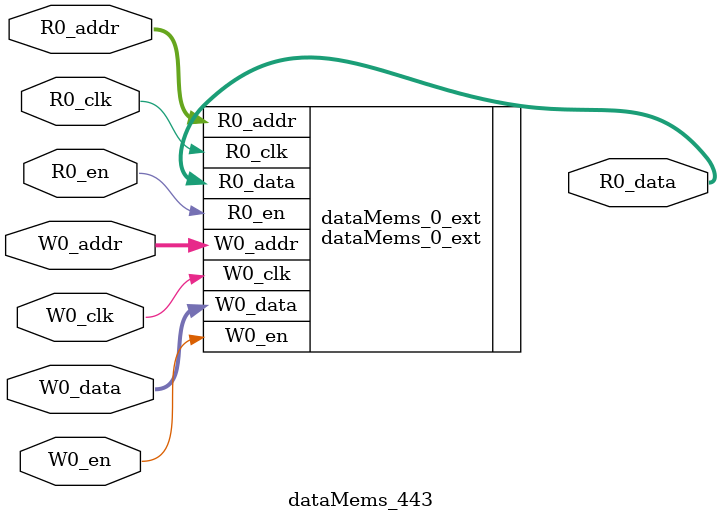
<source format=sv>
`ifndef RANDOMIZE
  `ifdef RANDOMIZE_REG_INIT
    `define RANDOMIZE
  `endif // RANDOMIZE_REG_INIT
`endif // not def RANDOMIZE
`ifndef RANDOMIZE
  `ifdef RANDOMIZE_MEM_INIT
    `define RANDOMIZE
  `endif // RANDOMIZE_MEM_INIT
`endif // not def RANDOMIZE

`ifndef RANDOM
  `define RANDOM $random
`endif // not def RANDOM

// Users can define 'PRINTF_COND' to add an extra gate to prints.
`ifndef PRINTF_COND_
  `ifdef PRINTF_COND
    `define PRINTF_COND_ (`PRINTF_COND)
  `else  // PRINTF_COND
    `define PRINTF_COND_ 1
  `endif // PRINTF_COND
`endif // not def PRINTF_COND_

// Users can define 'ASSERT_VERBOSE_COND' to add an extra gate to assert error printing.
`ifndef ASSERT_VERBOSE_COND_
  `ifdef ASSERT_VERBOSE_COND
    `define ASSERT_VERBOSE_COND_ (`ASSERT_VERBOSE_COND)
  `else  // ASSERT_VERBOSE_COND
    `define ASSERT_VERBOSE_COND_ 1
  `endif // ASSERT_VERBOSE_COND
`endif // not def ASSERT_VERBOSE_COND_

// Users can define 'STOP_COND' to add an extra gate to stop conditions.
`ifndef STOP_COND_
  `ifdef STOP_COND
    `define STOP_COND_ (`STOP_COND)
  `else  // STOP_COND
    `define STOP_COND_ 1
  `endif // STOP_COND
`endif // not def STOP_COND_

// Users can define INIT_RANDOM as general code that gets injected into the
// initializer block for modules with registers.
`ifndef INIT_RANDOM
  `define INIT_RANDOM
`endif // not def INIT_RANDOM

// If using random initialization, you can also define RANDOMIZE_DELAY to
// customize the delay used, otherwise 0.002 is used.
`ifndef RANDOMIZE_DELAY
  `define RANDOMIZE_DELAY 0.002
`endif // not def RANDOMIZE_DELAY

// Define INIT_RANDOM_PROLOG_ for use in our modules below.
`ifndef INIT_RANDOM_PROLOG_
  `ifdef RANDOMIZE
    `ifdef VERILATOR
      `define INIT_RANDOM_PROLOG_ `INIT_RANDOM
    `else  // VERILATOR
      `define INIT_RANDOM_PROLOG_ `INIT_RANDOM #`RANDOMIZE_DELAY begin end
    `endif // VERILATOR
  `else  // RANDOMIZE
    `define INIT_RANDOM_PROLOG_
  `endif // RANDOMIZE
`endif // not def INIT_RANDOM_PROLOG_

// Include register initializers in init blocks unless synthesis is set
`ifndef SYNTHESIS
  `ifndef ENABLE_INITIAL_REG_
    `define ENABLE_INITIAL_REG_
  `endif // not def ENABLE_INITIAL_REG_
`endif // not def SYNTHESIS

// Include rmemory initializers in init blocks unless synthesis is set
`ifndef SYNTHESIS
  `ifndef ENABLE_INITIAL_MEM_
    `define ENABLE_INITIAL_MEM_
  `endif // not def ENABLE_INITIAL_MEM_
`endif // not def SYNTHESIS

module dataMems_443(	// @[generators/ara/src/main/scala/UnsafeAXI4ToTL.scala:365:62]
  input  [4:0]  R0_addr,
  input         R0_en,
  input         R0_clk,
  output [66:0] R0_data,
  input  [4:0]  W0_addr,
  input         W0_en,
  input         W0_clk,
  input  [66:0] W0_data
);

  dataMems_0_ext dataMems_0_ext (	// @[generators/ara/src/main/scala/UnsafeAXI4ToTL.scala:365:62]
    .R0_addr (R0_addr),
    .R0_en   (R0_en),
    .R0_clk  (R0_clk),
    .R0_data (R0_data),
    .W0_addr (W0_addr),
    .W0_en   (W0_en),
    .W0_clk  (W0_clk),
    .W0_data (W0_data)
  );
endmodule


</source>
